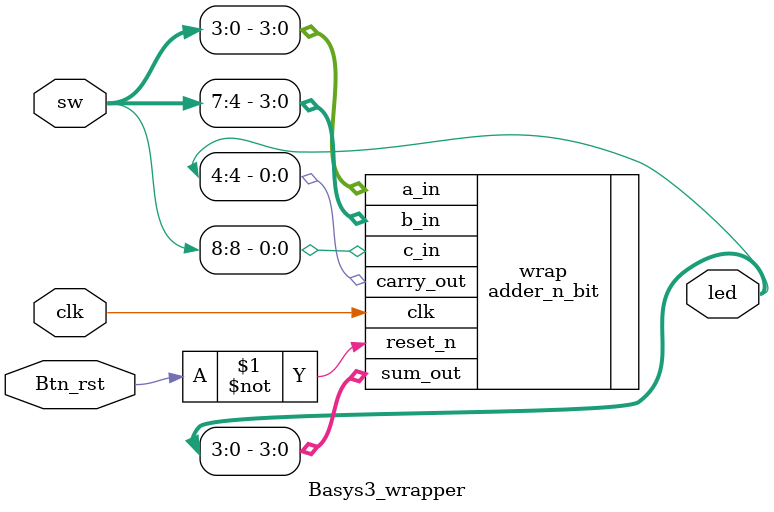
<source format=sv>
`timescale 1ns / 1ps


// this is the wrapper file in which we are instiating our design

module Basys3_wrapper(
                        input   wire    [8:0]   sw,             //switches of artix 7 board
                        input   wire            clk,            // clk 
                        input   wire            Btn_rst,        //reset button on artix 7
                        output  wire    [4:0]   led             // these are the led pins on the board
                        
                    );
   
    adder_n_bit # ( .DATA_SIZE(4))  
                  wrap(
                        .a_in(sw [3:0]),                        // giving the 4 bits of a_in to 1st 4 switches
                        .b_in(sw [7:4]),                        // giving the 4 bits of b_in to next 4 switches on board
                        .c_in(sw [8]),                          // connecting the c_in to the 9th switch on the board
                        .clk(clk),
                        .reset_n(~Btn_rst),                     // reset_n is giving to btn_r pin of the board 
                        .sum_out(led [3:0]),                    // sum_out is the output connected to 1st 4 Leds to verify the output
                        .carry_out(led [4])                     // carry_out is connected to the 5th led
                        
                     );
           
    
endmodule

</source>
